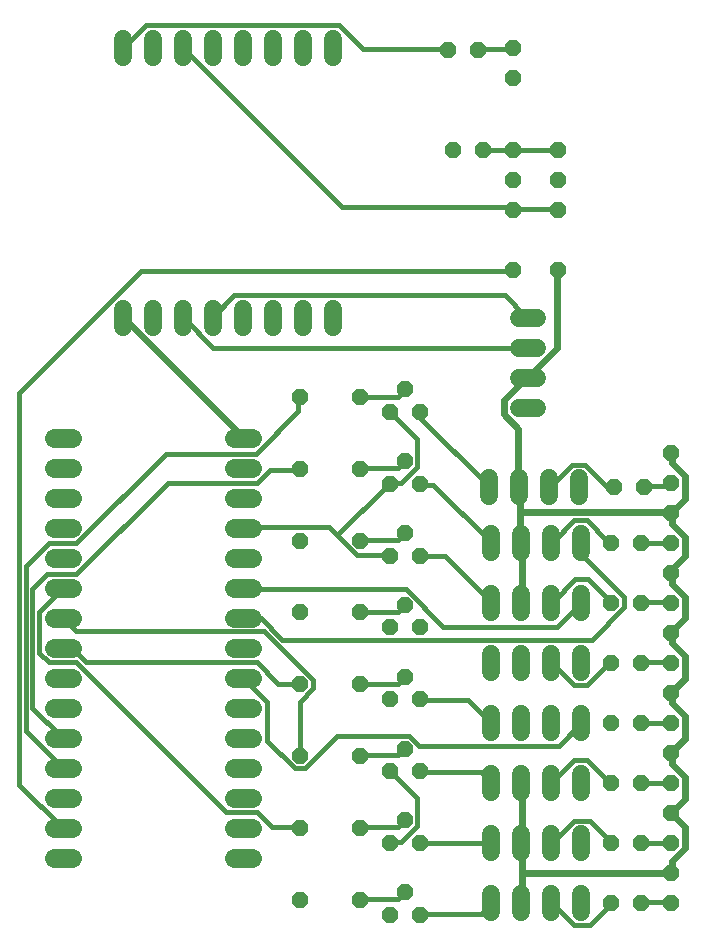
<source format=gbr>
G04 EAGLE Gerber X2 export*
%TF.Part,Single*%
%TF.FileFunction,Copper,L1,Top,Mixed*%
%TF.FilePolarity,Positive*%
%TF.GenerationSoftware,Autodesk,EAGLE,9.2.2*%
%TF.CreationDate,2018-12-07T06:18:27Z*%
G75*
%MOMM*%
%FSLAX34Y34*%
%LPD*%
%INTop Copper*%
%AMOC8*
5,1,8,0,0,1.08239X$1,22.5*%
G01*
%ADD10C,1.524000*%
%ADD11C,1.574800*%
%ADD12P,1.429621X8X22.500000*%
%ADD13P,1.429621X8X292.500000*%
%ADD14P,1.429621X8X112.500000*%
%ADD15P,1.429621X8X202.500000*%
%ADD16C,0.600000*%
%ADD17C,0.400000*%


D10*
X279400Y769620D02*
X279400Y754380D01*
X254000Y754380D02*
X254000Y769620D01*
X228600Y769620D02*
X228600Y754380D01*
X203200Y754380D02*
X203200Y769620D01*
X177800Y769620D02*
X177800Y754380D01*
X152400Y754380D02*
X152400Y769620D01*
X127000Y769620D02*
X127000Y754380D01*
X101600Y754380D02*
X101600Y769620D01*
X101600Y541020D02*
X101600Y525780D01*
X127000Y525780D02*
X127000Y541020D01*
X152400Y541020D02*
X152400Y525780D01*
X177800Y525780D02*
X177800Y541020D01*
X203200Y541020D02*
X203200Y525780D01*
X228600Y525780D02*
X228600Y541020D01*
X254000Y541020D02*
X254000Y525780D01*
X279400Y525780D02*
X279400Y541020D01*
D11*
X58674Y431800D02*
X42926Y431800D01*
X42926Y406400D02*
X58674Y406400D01*
X58674Y381000D02*
X42926Y381000D01*
X42926Y355600D02*
X58674Y355600D01*
X58674Y330200D02*
X42926Y330200D01*
X42926Y304800D02*
X58674Y304800D01*
X58674Y279400D02*
X42926Y279400D01*
X42926Y254000D02*
X58674Y254000D01*
X58674Y228600D02*
X42926Y228600D01*
X42926Y203200D02*
X58674Y203200D01*
X58674Y177800D02*
X42926Y177800D01*
X42926Y152400D02*
X58674Y152400D01*
X58674Y127000D02*
X42926Y127000D01*
X42926Y101600D02*
X58674Y101600D01*
X58674Y76200D02*
X42926Y76200D01*
X195326Y76200D02*
X211074Y76200D01*
X211074Y101600D02*
X195326Y101600D01*
X195326Y127000D02*
X211074Y127000D01*
X211074Y152400D02*
X195326Y152400D01*
X195326Y177800D02*
X211074Y177800D01*
X211074Y203200D02*
X195326Y203200D01*
X195326Y228600D02*
X211074Y228600D01*
X211074Y254000D02*
X195326Y254000D01*
X195326Y279400D02*
X211074Y279400D01*
X211074Y304800D02*
X195326Y304800D01*
X195326Y330200D02*
X211074Y330200D01*
X211074Y355600D02*
X195326Y355600D01*
X195326Y381000D02*
X211074Y381000D01*
X211074Y406400D02*
X195326Y406400D01*
X195326Y431800D02*
X211074Y431800D01*
D12*
X352900Y392900D03*
X340200Y411950D03*
X327500Y392900D03*
X352900Y453700D03*
X340200Y472750D03*
X327500Y453700D03*
X352900Y332100D03*
X340200Y351150D03*
X327500Y332100D03*
X251300Y466400D03*
X302100Y466400D03*
X515300Y342900D03*
X540700Y342900D03*
D13*
X566100Y368300D03*
X566100Y342900D03*
X469900Y625000D03*
X469900Y574200D03*
D14*
X431800Y574200D03*
X431800Y625000D03*
D10*
X413700Y350520D02*
X413700Y335280D01*
X439100Y335280D02*
X439100Y350520D01*
X464500Y350520D02*
X464500Y335280D01*
X489900Y335280D02*
X489900Y350520D01*
X413700Y299720D02*
X413700Y284480D01*
X439100Y284480D02*
X439100Y299720D01*
X464500Y299720D02*
X464500Y284480D01*
X489900Y284480D02*
X489900Y299720D01*
D15*
X302100Y344800D03*
X251300Y344800D03*
X302100Y405600D03*
X251300Y405600D03*
D12*
X381000Y675800D03*
X406400Y675800D03*
X515300Y292100D03*
X540700Y292100D03*
D13*
X566100Y419100D03*
X566100Y393700D03*
X566100Y317500D03*
X566100Y292100D03*
X469900Y675800D03*
X469900Y650400D03*
X431800Y675800D03*
X431800Y650400D03*
X431800Y762000D03*
X431800Y736600D03*
D10*
X436880Y533400D02*
X452120Y533400D01*
X452120Y508000D02*
X436880Y508000D01*
X436880Y482600D02*
X452120Y482600D01*
X452120Y457200D02*
X436880Y457200D01*
D12*
X352900Y28100D03*
X340200Y47150D03*
X327500Y28100D03*
D10*
X413700Y30480D02*
X413700Y45720D01*
X439100Y45720D02*
X439100Y30480D01*
X464500Y30480D02*
X464500Y45720D01*
X489900Y45720D02*
X489900Y30480D01*
D12*
X515300Y38100D03*
X540700Y38100D03*
D13*
X566100Y63500D03*
X566100Y38100D03*
D12*
X352900Y88900D03*
X340200Y107950D03*
X327500Y88900D03*
D10*
X413700Y81280D02*
X413700Y96520D01*
X439100Y96520D02*
X439100Y81280D01*
X464500Y81280D02*
X464500Y96520D01*
X489900Y96520D02*
X489900Y81280D01*
D12*
X515300Y88900D03*
X540700Y88900D03*
D13*
X566100Y114300D03*
X566100Y88900D03*
D12*
X352900Y149700D03*
X340200Y168750D03*
X327500Y149700D03*
D10*
X413700Y147320D02*
X413700Y132080D01*
X439100Y132080D02*
X439100Y147320D01*
X464500Y147320D02*
X464500Y132080D01*
X489900Y132080D02*
X489900Y147320D01*
D12*
X515300Y139700D03*
X540700Y139700D03*
D13*
X566100Y165100D03*
X566100Y139700D03*
D12*
X352900Y210500D03*
X340200Y229550D03*
X327500Y210500D03*
D10*
X413700Y198120D02*
X413700Y182880D01*
X439100Y182880D02*
X439100Y198120D01*
X464500Y198120D02*
X464500Y182880D01*
X489900Y182880D02*
X489900Y198120D01*
D12*
X515300Y190500D03*
X540700Y190500D03*
D13*
X566100Y215900D03*
X566100Y190500D03*
D12*
X352900Y271300D03*
X340200Y290350D03*
X327500Y271300D03*
D10*
X413700Y248920D02*
X413700Y233680D01*
X439100Y233680D02*
X439100Y248920D01*
X464500Y248920D02*
X464500Y233680D01*
X489900Y233680D02*
X489900Y248920D01*
D12*
X515300Y241300D03*
X540700Y241300D03*
D13*
X566100Y266700D03*
X566100Y241300D03*
D15*
X302100Y284000D03*
X251300Y284000D03*
X302100Y223200D03*
X251300Y223200D03*
X302100Y162400D03*
X251300Y162400D03*
X302100Y101600D03*
X251300Y101600D03*
X302100Y40800D03*
X251300Y40800D03*
D10*
X411900Y382380D02*
X411900Y397620D01*
X437300Y397620D02*
X437300Y382380D01*
X462700Y382380D02*
X462700Y397620D01*
X488100Y397620D02*
X488100Y382380D01*
D12*
X517300Y390000D03*
X542700Y390000D03*
X377300Y760000D03*
X402700Y760000D03*
D16*
X439158Y342488D02*
X439158Y292772D01*
X439100Y292100D01*
X439158Y342488D02*
X439100Y342900D01*
X437777Y345250D02*
X437777Y368727D01*
X437777Y389442D01*
X437300Y390000D01*
X437777Y345250D02*
X439100Y342900D01*
X469540Y508208D02*
X469540Y573115D01*
X469540Y508208D02*
X444682Y483350D01*
X469540Y573115D02*
X469900Y574200D01*
X444682Y483350D02*
X444500Y482600D01*
X436396Y439158D02*
X436396Y392204D01*
X436396Y439158D02*
X423967Y451587D01*
X423967Y464016D01*
X441920Y481969D01*
X436396Y392204D02*
X437300Y390000D01*
X441920Y481969D02*
X444500Y482600D01*
X439158Y88384D02*
X439158Y63526D01*
X439158Y38668D01*
X439100Y38100D01*
X439158Y88384D02*
X439100Y88900D01*
X439158Y91146D02*
X439158Y139481D01*
X439158Y91146D02*
X439100Y88900D01*
X439158Y139481D02*
X439100Y139700D01*
X566210Y73193D02*
X566210Y63526D01*
X566210Y73193D02*
X577258Y84241D01*
X577258Y102194D01*
X566210Y113242D01*
X566210Y63526D02*
X566100Y63500D01*
X566210Y113242D02*
X566100Y114300D01*
X566210Y156053D02*
X566210Y164339D01*
X566210Y156053D02*
X577258Y145005D01*
X577258Y125671D01*
X567591Y116004D01*
X566210Y164339D02*
X566100Y165100D01*
X567591Y116004D02*
X566100Y114300D01*
X566210Y207150D02*
X566210Y215436D01*
X566210Y207150D02*
X577258Y196102D01*
X577258Y176768D01*
X567591Y167101D01*
X566210Y215436D02*
X566100Y215900D01*
X567591Y167101D02*
X566100Y165100D01*
X566210Y258247D02*
X566210Y266533D01*
X566210Y258247D02*
X577258Y247199D01*
X577258Y227865D01*
X567591Y218198D01*
X566210Y266533D02*
X566100Y266700D01*
X567591Y218198D02*
X566100Y215900D01*
X566210Y307963D02*
X566210Y316249D01*
X566210Y307963D02*
X577258Y296915D01*
X577258Y278962D01*
X567591Y269295D01*
X566210Y316249D02*
X566100Y317500D01*
X567591Y269295D02*
X566100Y266700D01*
X566210Y359060D02*
X566210Y367346D01*
X566210Y359060D02*
X577258Y348012D01*
X577258Y331440D01*
X566210Y320392D01*
X566210Y367346D02*
X566100Y368300D01*
X566210Y320392D02*
X566100Y317500D01*
X566210Y410157D02*
X566210Y418443D01*
X566210Y410157D02*
X577258Y399109D01*
X577258Y379775D01*
X567591Y370108D01*
X566210Y418443D02*
X566100Y419100D01*
X567591Y370108D02*
X566100Y368300D01*
X563448Y63526D02*
X439158Y63526D01*
X563448Y63526D02*
X566100Y63500D01*
X563448Y368727D02*
X437777Y368727D01*
X563448Y368727D02*
X566100Y368300D01*
D17*
X249961Y454349D02*
X249961Y465397D01*
X249961Y454349D02*
X214055Y418443D01*
X138100Y418443D01*
X62145Y342488D01*
X38668Y342488D01*
X19334Y323154D01*
X19334Y183673D01*
X49716Y153291D01*
X249961Y465397D02*
X251300Y466400D01*
X49716Y153291D02*
X50800Y152400D01*
X302439Y406014D02*
X334202Y406014D01*
X339726Y411538D01*
X302439Y406014D02*
X302100Y405600D01*
X339726Y411538D02*
X340200Y411950D01*
X490255Y342488D02*
X490255Y332821D01*
X526161Y296915D01*
X526161Y288629D01*
X498541Y261009D01*
X236151Y261009D01*
X218198Y278962D01*
X204388Y278962D01*
X489900Y342900D02*
X490255Y342488D01*
X204388Y278962D02*
X203200Y279400D01*
X469540Y272057D02*
X488874Y291391D01*
X469540Y272057D02*
X372870Y272057D01*
X341107Y303820D01*
X204388Y303820D01*
X488874Y291391D02*
X489900Y292100D01*
X204388Y303820D02*
X203200Y304800D01*
X328678Y393585D02*
X336964Y393585D01*
X350774Y407395D01*
X350774Y430872D01*
X328678Y452968D01*
X328678Y393585D02*
X327500Y392900D01*
X328678Y452968D02*
X327500Y453700D01*
X328678Y89765D02*
X336964Y89765D01*
X350774Y103575D01*
X350774Y127052D01*
X328678Y149148D01*
X328678Y89765D02*
X327500Y88900D01*
X328678Y149148D02*
X327500Y149700D01*
X276200Y356298D02*
X204388Y356298D01*
X283105Y349393D02*
X299677Y332821D01*
X283105Y349393D02*
X276200Y356298D01*
X299677Y332821D02*
X327297Y332821D01*
X204388Y356298D02*
X203200Y355600D01*
X327297Y332821D02*
X327500Y332100D01*
X283105Y349393D02*
X325916Y392204D01*
X327500Y392900D01*
X512351Y343869D02*
X515113Y343869D01*
X512351Y343869D02*
X494398Y361822D01*
X483350Y361822D01*
X465397Y343869D01*
X515113Y343869D02*
X515300Y342900D01*
X465397Y343869D02*
X464500Y342900D01*
X541352Y342488D02*
X564829Y342488D01*
X541352Y342488D02*
X540700Y342900D01*
X564829Y342488D02*
X566100Y342900D01*
X49716Y102194D02*
X13810Y138100D01*
X13810Y469540D01*
X117385Y573115D01*
X430872Y573115D01*
X50800Y101600D02*
X49716Y102194D01*
X430872Y573115D02*
X431800Y574200D01*
X334202Y466778D02*
X302439Y466778D01*
X334202Y466778D02*
X339726Y472302D01*
X302439Y466778D02*
X302100Y466400D01*
X339726Y472302D02*
X340200Y472750D01*
X249961Y404633D02*
X226484Y404633D01*
X215436Y393585D01*
X139481Y393585D01*
X62145Y316249D01*
X37287Y316249D01*
X24858Y303820D01*
X24858Y203007D01*
X49716Y178149D01*
X249961Y404633D02*
X251300Y405600D01*
X50800Y177800D02*
X49716Y178149D01*
X495779Y312106D02*
X515113Y292772D01*
X495779Y312106D02*
X484731Y312106D01*
X465397Y292772D01*
X515113Y292772D02*
X515300Y292100D01*
X465397Y292772D02*
X464500Y292100D01*
X541352Y292772D02*
X564829Y292772D01*
X541352Y292772D02*
X540700Y292100D01*
X564829Y292772D02*
X566100Y292100D01*
X516494Y390823D02*
X510970Y390823D01*
X493017Y408776D01*
X481969Y408776D01*
X464016Y390823D01*
X516494Y390823D02*
X517300Y390000D01*
X464016Y390823D02*
X462700Y390000D01*
X542733Y390823D02*
X562067Y390823D01*
X564829Y393585D01*
X542733Y390823D02*
X542700Y390000D01*
X564829Y393585D02*
X566100Y393700D01*
D16*
X203007Y432253D02*
X102194Y533066D01*
X101600Y533400D01*
X203007Y432253D02*
X203200Y431800D01*
D17*
X432253Y625593D02*
X469540Y625593D01*
X432253Y625593D02*
X431800Y625000D01*
X469540Y625593D02*
X469900Y625000D01*
X287248Y626974D02*
X153291Y760931D01*
X287248Y626974D02*
X430872Y626974D01*
X153291Y760931D02*
X152400Y762000D01*
X430872Y626974D02*
X431800Y625000D01*
X430872Y675309D02*
X407395Y675309D01*
X406400Y675800D01*
X430872Y675309D02*
X431800Y675800D01*
X433634Y675309D02*
X469540Y675309D01*
X469900Y675800D01*
X433634Y675309D02*
X431800Y675800D01*
X430872Y760931D02*
X403252Y760931D01*
X402700Y760000D01*
X430872Y760931D02*
X431800Y762000D01*
X377013Y760931D02*
X305201Y760931D01*
X284486Y781646D01*
X121528Y781646D01*
X102194Y762312D01*
X377013Y760931D02*
X377300Y760000D01*
X102194Y762312D02*
X101600Y762000D01*
X196102Y552400D02*
X178149Y534447D01*
X196102Y552400D02*
X425348Y552400D01*
X443301Y534447D01*
X178149Y534447D02*
X177800Y533400D01*
X443301Y534447D02*
X444500Y533400D01*
X443301Y508208D02*
X178149Y508208D01*
X153291Y533066D01*
X443301Y508208D02*
X444500Y508000D01*
X153291Y533066D02*
X152400Y533400D01*
X302439Y345250D02*
X334202Y345250D01*
X339726Y350774D01*
X302439Y345250D02*
X302100Y344800D01*
X339726Y350774D02*
X340200Y351150D01*
X515113Y37287D02*
X497160Y19334D01*
X483350Y19334D01*
X465397Y37287D01*
X515113Y37287D02*
X515300Y38100D01*
X465397Y37287D02*
X464500Y38100D01*
X541352Y38668D02*
X564829Y38668D01*
X541352Y38668D02*
X540700Y38100D01*
X564829Y38668D02*
X566100Y38100D01*
X515113Y89765D02*
X497160Y107718D01*
X483350Y107718D01*
X465397Y89765D01*
X515113Y89765D02*
X515300Y88900D01*
X465397Y89765D02*
X464500Y88900D01*
X541352Y88384D02*
X564829Y88384D01*
X541352Y88384D02*
X540700Y88900D01*
X564829Y88384D02*
X566100Y88900D01*
X515113Y140862D02*
X512351Y140862D01*
X494398Y158815D01*
X483350Y158815D01*
X465397Y140862D01*
X515113Y140862D02*
X515300Y139700D01*
X465397Y140862D02*
X464500Y139700D01*
X541352Y139481D02*
X564829Y139481D01*
X541352Y139481D02*
X540700Y139700D01*
X564829Y139481D02*
X566100Y139700D01*
X564829Y190578D02*
X541352Y190578D01*
X540700Y190500D01*
X564829Y190578D02*
X566100Y190500D01*
X515113Y240294D02*
X512351Y240294D01*
X494398Y222341D01*
X483350Y222341D01*
X465397Y240294D01*
X515113Y240294D02*
X515300Y241300D01*
X465397Y240294D02*
X464500Y241300D01*
X541352Y241675D02*
X564829Y241675D01*
X541352Y241675D02*
X540700Y241300D01*
X564829Y241675D02*
X566100Y241300D01*
X488874Y189197D02*
X470921Y171244D01*
X352155Y171244D01*
X343869Y179530D01*
X283105Y179530D01*
X255485Y151910D01*
X247199Y151910D01*
X223722Y175387D01*
X223722Y208531D01*
X204388Y227865D01*
X488874Y189197D02*
X489900Y190500D01*
X204388Y227865D02*
X203200Y228600D01*
X233389Y223722D02*
X249961Y223722D01*
X233389Y223722D02*
X215436Y241675D01*
X70431Y241675D01*
X59383Y252723D01*
X51097Y252723D01*
X249961Y223722D02*
X251300Y223200D01*
X51097Y252723D02*
X50800Y254000D01*
X251342Y208531D02*
X251342Y162958D01*
X251342Y208531D02*
X262390Y219579D01*
X262390Y226484D01*
X220960Y267914D01*
X62145Y267914D01*
X51097Y278962D01*
X251342Y162958D02*
X251300Y162400D01*
X51097Y278962D02*
X50800Y279400D01*
X227865Y102194D02*
X249961Y102194D01*
X227865Y102194D02*
X215436Y114623D01*
X189197Y114623D01*
X62145Y241675D01*
X38668Y241675D01*
X30382Y249961D01*
X30382Y284486D01*
X49716Y303820D01*
X249961Y102194D02*
X251300Y101600D01*
X50800Y304800D02*
X49716Y303820D01*
X302439Y284486D02*
X334202Y284486D01*
X339726Y290010D01*
X302439Y284486D02*
X302100Y284000D01*
X339726Y290010D02*
X340200Y290350D01*
X334202Y223722D02*
X302439Y223722D01*
X334202Y223722D02*
X339726Y229246D01*
X302439Y223722D02*
X302100Y223200D01*
X339726Y229246D02*
X340200Y229550D01*
X334202Y162958D02*
X302439Y162958D01*
X334202Y162958D02*
X339726Y168482D01*
X302439Y162958D02*
X302100Y162400D01*
X339726Y168482D02*
X340200Y168750D01*
X334202Y102194D02*
X302439Y102194D01*
X334202Y102194D02*
X339726Y107718D01*
X302439Y102194D02*
X302100Y101600D01*
X339726Y107718D02*
X340200Y107950D01*
X334202Y41430D02*
X302439Y41430D01*
X334202Y41430D02*
X339726Y46954D01*
X302439Y41430D02*
X302100Y40800D01*
X339726Y46954D02*
X340200Y47150D01*
X353536Y448825D02*
X353536Y452968D01*
X353536Y448825D02*
X411538Y390823D01*
X353536Y452968D02*
X352900Y453700D01*
X411538Y390823D02*
X411900Y390000D01*
X364584Y392204D02*
X353536Y392204D01*
X364584Y392204D02*
X412919Y343869D01*
X353536Y392204D02*
X352900Y392900D01*
X412919Y343869D02*
X413700Y342900D01*
X374251Y331440D02*
X353536Y331440D01*
X374251Y331440D02*
X412919Y292772D01*
X353536Y331440D02*
X352900Y332100D01*
X412919Y292772D02*
X413700Y292100D01*
X393585Y209912D02*
X353536Y209912D01*
X393585Y209912D02*
X412919Y190578D01*
X353536Y209912D02*
X352900Y210500D01*
X412919Y190578D02*
X413700Y190500D01*
X404633Y149148D02*
X353536Y149148D01*
X404633Y149148D02*
X412919Y140862D01*
X353536Y149148D02*
X352900Y149700D01*
X412919Y140862D02*
X413700Y139700D01*
X412919Y88384D02*
X353536Y88384D01*
X352900Y88900D01*
X412919Y88384D02*
X413700Y88900D01*
X404633Y29001D02*
X353536Y29001D01*
X404633Y29001D02*
X412919Y37287D01*
X353536Y29001D02*
X352900Y28100D01*
X412919Y37287D02*
X413700Y38100D01*
M02*

</source>
